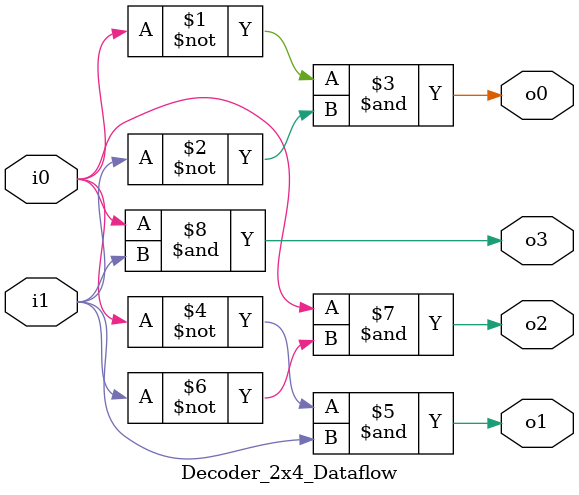
<source format=v>
`timescale 1ns / 1ps


module Decoder_2x4_Dataflow(
    o0,
    o1,
    o2,
    o3,
    i1,
    i0
    );

    output o0;
    output o1;
    output o2;
    output o3;
    input i1;
    input i0;
    
    assign o0 = ~i0 & ~i1;
    assign o1 = ~i0 & i1;
    assign o2 = i0 & ~i1;
    assign o3 = i0 & i1;
endmodule

</source>
